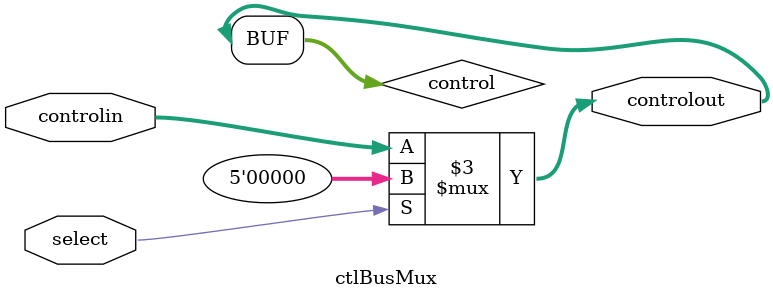
<source format=v>
/********************************************************************
*   FILE:   cltBusMux.v      Ver 0.1         Nov. 6, 2022           *
*                                                                   *
********************************************************************/

module ctlBusMux
    (
    input [4:0] controlin,
    input   select,
    output wire [4:0] controlout
    );
    
reg [4:0] control;

always @* begin
    if (select)
        control <= 5'b0;
    else
        control <= controlin;  
    end
    
    assign controlout = control;
    
endmodule


</source>
